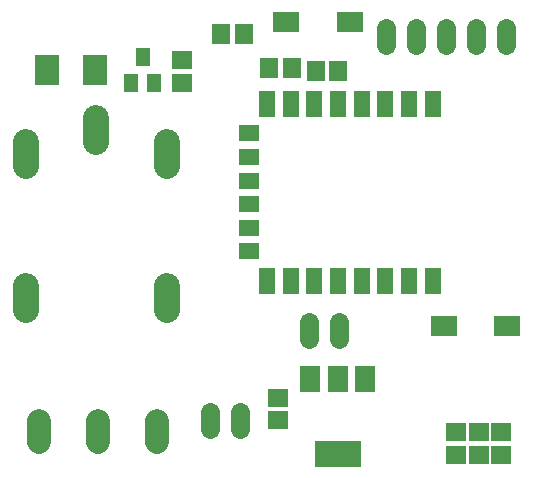
<source format=gbr>
G04 EAGLE Gerber RS-274X export*
G75*
%MOMM*%
%FSLAX34Y34*%
%LPD*%
%INSoldermask Bottom*%
%IPPOS*%
%AMOC8*
5,1,8,0,0,1.08239X$1,22.5*%
G01*
%ADD10R,1.403200X2.203200*%
%ADD11R,1.703200X1.403200*%
%ADD12R,1.703200X2.203200*%
%ADD13R,4.003200X2.203200*%
%ADD14C,2.184400*%
%ADD15R,1.203200X1.603200*%
%ADD16R,2.003200X2.603200*%
%ADD17R,1.803200X1.503200*%
%ADD18C,1.993900*%
%ADD19R,2.203200X1.803200*%
%ADD20R,1.703200X1.503200*%
%ADD21R,1.503200X1.703200*%
%ADD22C,1.625600*%
%ADD23R,1.503200X1.803200*%


D10*
X233750Y171780D03*
X253750Y171780D03*
X273750Y171780D03*
X293750Y171780D03*
X313750Y171780D03*
X333750Y171780D03*
X353750Y171780D03*
X373750Y171780D03*
D11*
X218750Y196780D03*
X218750Y216780D03*
X218750Y236780D03*
X218750Y256780D03*
X218750Y276780D03*
X218750Y296780D03*
D10*
X233750Y321780D03*
X253750Y321780D03*
X273750Y321780D03*
X293750Y321780D03*
X313750Y321780D03*
X333750Y321780D03*
X353750Y321780D03*
X373750Y321780D03*
D12*
X270370Y88650D03*
X293370Y88650D03*
X316370Y88650D03*
D13*
X293370Y25650D03*
D14*
X88900Y289814D02*
X88900Y309626D01*
X29210Y289306D02*
X29210Y269494D01*
X148590Y269494D02*
X148590Y289306D01*
X148590Y167386D02*
X148590Y147574D01*
X29210Y147574D02*
X29210Y167386D01*
D15*
X128270Y361520D03*
X118770Y339520D03*
X137770Y339520D03*
D16*
X87560Y350520D03*
X47060Y350520D03*
D17*
X161290Y339750D03*
X161290Y358750D03*
D18*
X40170Y53204D02*
X40170Y35297D01*
X90170Y35297D02*
X90170Y53204D01*
X140170Y53204D02*
X140170Y35297D01*
D19*
X383210Y133350D03*
X437210Y133350D03*
D20*
X242570Y54000D03*
X242570Y73000D03*
D21*
X213970Y381000D03*
X194970Y381000D03*
D22*
X294640Y136652D02*
X294640Y122428D01*
X269240Y122428D02*
X269240Y136652D01*
X210820Y60452D02*
X210820Y46228D01*
X185420Y46228D02*
X185420Y60452D01*
D17*
X393700Y24790D03*
X393700Y43790D03*
X431800Y24790D03*
X431800Y43790D03*
X412750Y24790D03*
X412750Y43790D03*
D23*
X235610Y351790D03*
X254610Y351790D03*
X293980Y349250D03*
X274980Y349250D03*
D19*
X303860Y391160D03*
X249860Y391160D03*
D22*
X334010Y385572D02*
X334010Y371348D01*
X359410Y371348D02*
X359410Y385572D01*
X384810Y385572D02*
X384810Y371348D01*
X410210Y371348D02*
X410210Y385572D01*
X435610Y385572D02*
X435610Y371348D01*
M02*

</source>
